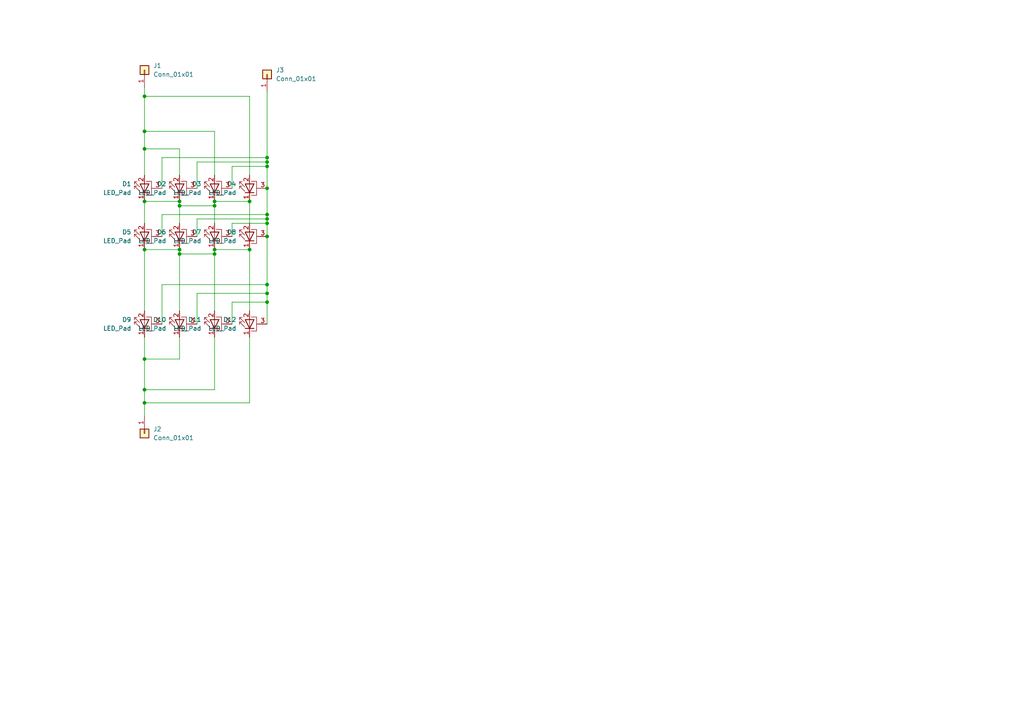
<source format=kicad_sch>
(kicad_sch (version 20250114) (generator "eeschema") (generator_version "9.0")
  (paper "A4")
  (lib_symbols
    (symbol "Connector_Generic:Conn_01x01" (pin_names (offset 1.016) (hide yes))
      (property "Reference" "J" (at 0 2.54 0))
      (property "Value" "Conn_01x01" (at 0 -2.54 0))
      (symbol "Conn_01x01_1_1"
        (rectangle (start -1.27 1.27) (end 1.27 -1.27) (stroke (width 0.254)) (fill (type background)))
        (rectangle (start -1.27 0.127) (end 0 -0.127) (stroke (width 0.1524)))
        (pin passive line (at -5.08 0 0) (length 3.81) (name "Pin_1") (number "1"))
      )
    )
    (symbol "Device:LED_Pad" (pin_names (offset 1.016) (hide yes))
      (property "Reference" "D" (at 0 5.715 0))
      (property "Value" "LED_Pad" (at 0 3.81 0))
      (symbol "LED_Pad_0_1"
        (polyline (pts (xy -2.032 -0.508) (xy -2.032 -2.032) (xy 2.032 -2.032) (xy 2.032 -0.508)))
        (polyline (pts (xy -1.27 0) (xy 1.27 0)))
        (polyline (pts (xy -1.27 -1.27) (xy -1.27 1.27)) (stroke (width 0.254)))
        (polyline (pts (xy -0.889 1.397) (xy 0.635 2.921) (xy -0.127 2.921) (xy 0.635 2.921) (xy 0.635 2.159)))
        (polyline (pts (xy 0 -2.54) (xy 0 -2.032)))
        (polyline (pts (xy 0.381 1.397) (xy 1.905 2.921) (xy 1.143 2.921) (xy 1.905 2.921) (xy 1.905 2.159)))
        (polyline (pts (xy 1.27 -1.27) (xy 1.27 1.27) (xy -1.27 0) (xy 1.27 -1.27)) (stroke (width 0.254)))
      )
      (symbol "LED_Pad_1_1"
        (pin passive line (at -3.81 0 0) (length 2.54) (name "K") (number "1"))
        (pin passive line (at 0 -5.08 90) (length 2.54) (name "PAD") (number "3"))
        (pin passive line (at 3.81 0 180) (length 2.54) (name "A") (number "2"))
      )
    )
  )
  (junction (at 77.47 64.77))
  (junction (at 52.07 72.39))
  (junction (at 41.91 43.18))
  (junction (at 62.23 59.69))
  (junction (at 72.39 72.39))
  (junction (at 77.47 48.26))
  (junction (at 41.91 116.84))
  (junction (at 77.47 46.99))
  (junction (at 52.07 73.66))
  (junction (at 77.47 85.09))
  (junction (at 77.47 82.55))
  (junction (at 72.39 58.42))
  (junction (at 77.47 54.61))
  (junction (at 41.91 113.03))
  (junction (at 62.23 73.66))
  (junction (at 41.91 104.14))
  (junction (at 41.91 72.39))
  (junction (at 77.47 87.63))
  (junction (at 77.47 63.5))
  (junction (at 41.91 27.94))
  (junction (at 77.47 45.72))
  (junction (at 41.91 38.1))
  (junction (at 77.47 62.23))
  (junction (at 62.23 72.39))
  (junction (at 77.47 68.58))
  (junction (at 52.07 58.42))
  (junction (at 62.23 58.42))
  (junction (at 41.91 58.42))
  (junction (at 52.07 59.69))
  (wire (pts (xy 41.91 113.03) (xy 41.91 116.84)))
  (wire (pts (xy 41.91 72.39) (xy 52.07 72.39)))
  (wire (pts (xy 77.47 87.63) (xy 77.47 93.98)))
  (wire (pts (xy 77.47 46.99) (xy 77.47 45.72)))
  (wire (pts (xy 41.91 97.79) (xy 41.91 104.14)))
  (wire (pts (xy 67.31 87.63) (xy 77.47 87.63)))
  (wire (pts (xy 41.91 27.94) (xy 41.91 38.1)))
  (wire (pts (xy 52.07 72.39) (xy 52.07 73.66)))
  (wire (pts (xy 46.99 82.55) (xy 77.47 82.55)))
  (wire (pts (xy 72.39 97.79) (xy 72.39 116.84)))
  (wire (pts (xy 52.07 50.8) (xy 52.07 43.18)))
  (wire (pts (xy 52.07 58.42) (xy 52.07 59.69)))
  (wire (pts (xy 41.91 58.42) (xy 52.07 58.42)))
  (wire (pts (xy 72.39 27.94) (xy 41.91 27.94)))
  (wire (pts (xy 46.99 62.23) (xy 77.47 62.23)))
  (wire (pts (xy 57.15 85.09) (xy 77.47 85.09)))
  (wire (pts (xy 62.23 72.39) (xy 62.23 73.66)))
  (wire (pts (xy 77.47 82.55) (xy 77.47 85.09)))
  (wire (pts (xy 77.47 54.61) (xy 77.47 48.26)))
  (wire (pts (xy 62.23 50.8) (xy 62.23 38.1)))
  (wire (pts (xy 62.23 58.42) (xy 72.39 58.42)))
  (wire (pts (xy 41.91 43.18) (xy 41.91 50.8)))
  (wire (pts (xy 77.47 64.77) (xy 77.47 68.58)))
  (wire (pts (xy 57.15 68.58) (xy 57.15 63.5)))
  (wire (pts (xy 67.31 48.26) (xy 77.47 48.26)))
  (wire (pts (xy 62.23 59.69) (xy 62.23 64.77)))
  (wire (pts (xy 77.47 85.09) (xy 77.47 87.63)))
  (wire (pts (xy 57.15 54.61) (xy 57.15 46.99)))
  (wire (pts (xy 62.23 73.66) (xy 62.23 90.17)))
  (wire (pts (xy 77.47 48.26) (xy 77.47 46.99)))
  (wire (pts (xy 52.07 43.18) (xy 41.91 43.18)))
  (wire (pts (xy 52.07 73.66) (xy 52.07 90.17)))
  (wire (pts (xy 41.91 58.42) (xy 41.91 64.77)))
  (wire (pts (xy 72.39 72.39) (xy 72.39 90.17)))
  (wire (pts (xy 67.31 93.98) (xy 67.31 87.63)))
  (wire (pts (xy 52.07 97.79) (xy 52.07 104.14)))
  (wire (pts (xy 41.91 38.1) (xy 62.23 38.1)))
  (wire (pts (xy 46.99 54.61) (xy 46.99 45.72)))
  (wire (pts (xy 62.23 58.42) (xy 62.23 59.69)))
  (wire (pts (xy 41.91 72.39) (xy 41.91 90.17)))
  (wire (pts (xy 46.99 68.58) (xy 46.99 62.23)))
  (wire (pts (xy 41.91 116.84) (xy 41.91 120.65)))
  (wire (pts (xy 62.23 72.39) (xy 72.39 72.39)))
  (wire (pts (xy 41.91 113.03) (xy 62.23 113.03)))
  (wire (pts (xy 52.07 59.69) (xy 62.23 59.69)))
  (wire (pts (xy 41.91 104.14) (xy 41.91 113.03)))
  (wire (pts (xy 77.47 45.72) (xy 77.47 26.67)))
  (wire (pts (xy 41.91 104.14) (xy 52.07 104.14)))
  (wire (pts (xy 46.99 45.72) (xy 77.47 45.72)))
  (wire (pts (xy 41.91 38.1) (xy 41.91 43.18)))
  (wire (pts (xy 77.47 62.23) (xy 77.47 63.5)))
  (wire (pts (xy 77.47 63.5) (xy 77.47 64.77)))
  (wire (pts (xy 57.15 46.99) (xy 77.47 46.99)))
  (wire (pts (xy 72.39 27.94) (xy 72.39 50.8)))
  (wire (pts (xy 77.47 54.61) (xy 77.47 62.23)))
  (wire (pts (xy 57.15 63.5) (xy 77.47 63.5)))
  (wire (pts (xy 62.23 97.79) (xy 62.23 113.03)))
  (wire (pts (xy 67.31 64.77) (xy 77.47 64.77)))
  (wire (pts (xy 72.39 58.42) (xy 72.39 64.77)))
  (wire (pts (xy 52.07 73.66) (xy 62.23 73.66)))
  (wire (pts (xy 77.47 68.58) (xy 77.47 82.55)))
  (wire (pts (xy 67.31 54.61) (xy 67.31 48.26)))
  (wire (pts (xy 67.31 64.77) (xy 67.31 68.58)))
  (wire (pts (xy 41.91 25.4) (xy 41.91 27.94)))
  (wire (pts (xy 46.99 93.98) (xy 46.99 82.55)))
  (wire (pts (xy 57.15 93.98) (xy 57.15 85.09)))
  (wire (pts (xy 52.07 59.69) (xy 52.07 64.77)))
  (wire (pts (xy 72.39 116.84) (xy 41.91 116.84)))
  (symbol (lib_id "Device:LED_Pad") (at 72.39 54.61 90) (unit 1)
    (property "Reference" "D4" (at 68.58 53.3399 90) (effects (justify left)))
    (property "Value" "LED_Pad" (at 68.58 55.8799 90) (effects (justify left)))
    (property "Footprint" "highpowerled_library:LM6868" (effects (hide yes)))
    (property "Datasheet" "https://www.uvledchip.com/Spec-for-UVA-LED/Datasheet-LM6868-UVA-395nm.pdf" (effects (hide yes)))
    (property "Description" "Light emitting diode with pad" (effects (hide yes)))
  )
  (symbol (lib_id "Device:LED_Pad") (at 52.07 93.98 90) (unit 1)
    (property "Reference" "D10" (at 48.26 92.7099 90) (effects (justify left)))
    (property "Value" "LED_Pad" (at 48.26 95.2499 90) (effects (justify left)))
    (property "Footprint" "highpowerled_library:LM6868" (effects (hide yes)))
    (property "Datasheet" "https://www.uvledchip.com/Spec-for-UVA-LED/Datasheet-LM6868-UVA-395nm.pdf" (effects (hide yes)))
    (property "Description" "Light emitting diode with pad" (effects (hide yes)))
  )
  (symbol (lib_id "Connector_Generic:Conn_01x01") (at 41.91 125.73 270) (unit 1)
    (property "Reference" "J2" (at 44.45 124.4599 90) (effects (justify left)))
    (property "Value" "Conn_01x01" (at 44.45 126.9999 90) (effects (justify left)))
    (property "Footprint" "highpowerled_library:CONN_BIG_01X01" (effects (hide yes)))
    (property "Description" "Generic connector, single row, 01x01, script generated (kicad-library-utils/schlib/autogen/connector/)" (effects (hide yes)))
  )
  (symbol (lib_id "Device:LED_Pad") (at 41.91 68.58 90) (unit 1)
    (property "Reference" "D5" (at 38.1 67.3099 90) (effects (justify left)))
    (property "Value" "LED_Pad" (at 38.1 69.8499 90) (effects (justify left)))
    (property "Footprint" "highpowerled_library:LM6868" (effects (hide yes)))
    (property "Datasheet" "https://www.uvledchip.com/Spec-for-UVA-LED/Datasheet-LM6868-UVA-395nm.pdf" (effects (hide yes)))
    (property "Description" "Light emitting diode with pad" (effects (hide yes)))
  )
  (symbol (lib_id "Connector_Generic:Conn_01x01") (at 77.47 21.59 90) (unit 1)
    (property "Reference" "J3" (at 80.01 20.3199 90) (effects (justify right)))
    (property "Value" "Conn_01x01" (at 80.01 22.8599 90) (effects (justify right)))
    (property "Footprint" "highpowerled_library:CONN_BIG_01X01" (effects (hide yes)))
    (property "Description" "Generic connector, single row, 01x01, script generated (kicad-library-utils/schlib/autogen/connector/)" (effects (hide yes)))
  )
  (symbol (lib_id "Device:LED_Pad") (at 41.91 93.98 90) (unit 1)
    (property "Reference" "D9" (at 38.1 92.7099 90) (effects (justify left)))
    (property "Value" "LED_Pad" (at 38.1 95.2499 90) (effects (justify left)))
    (property "Footprint" "highpowerled_library:LM6868" (effects (hide yes)))
    (property "Datasheet" "https://www.uvledchip.com/Spec-for-UVA-LED/Datasheet-LM6868-UVA-395nm.pdf" (effects (hide yes)))
    (property "Description" "Light emitting diode with pad" (effects (hide yes)))
  )
  (symbol (lib_id "Device:LED_Pad") (at 62.23 54.61 90) (unit 1)
    (property "Reference" "D3" (at 58.42 53.3399 90) (effects (justify left)))
    (property "Value" "LED_Pad" (at 58.42 55.8799 90) (effects (justify left)))
    (property "Footprint" "highpowerled_library:LM6868" (effects (hide yes)))
    (property "Datasheet" "https://www.uvledchip.com/Spec-for-UVA-LED/Datasheet-LM6868-UVA-395nm.pdf" (effects (hide yes)))
    (property "Description" "Light emitting diode with pad" (effects (hide yes)))
  )
  (symbol (lib_id "Device:LED_Pad") (at 62.23 93.98 90) (unit 1)
    (property "Reference" "D11" (at 58.42 92.7099 90) (effects (justify left)))
    (property "Value" "LED_Pad" (at 58.42 95.2499 90) (effects (justify left)))
    (property "Footprint" "highpowerled_library:LM6868" (effects (hide yes)))
    (property "Datasheet" "https://www.uvledchip.com/Spec-for-UVA-LED/Datasheet-LM6868-UVA-395nm.pdf" (effects (hide yes)))
    (property "Description" "Light emitting diode with pad" (effects (hide yes)))
  )
  (symbol (lib_id "Connector_Generic:Conn_01x01") (at 41.91 20.32 90) (unit 1)
    (property "Reference" "J1" (at 44.45 19.0499 90) (effects (justify right)))
    (property "Value" "Conn_01x01" (at 44.45 21.5899 90) (effects (justify right)))
    (property "Footprint" "highpowerled_library:CONN_BIG_01X01" (effects (hide yes)))
    (property "Description" "Generic connector, single row, 01x01, script generated (kicad-library-utils/schlib/autogen/connector/)" (effects (hide yes)))
  )
  (symbol (lib_id "Device:LED_Pad") (at 52.07 68.58 90) (unit 1)
    (property "Reference" "D6" (at 48.26 67.3099 90) (effects (justify left)))
    (property "Value" "LED_Pad" (at 48.26 69.8499 90) (effects (justify left)))
    (property "Footprint" "highpowerled_library:LM6868" (effects (hide yes)))
    (property "Datasheet" "https://www.uvledchip.com/Spec-for-UVA-LED/Datasheet-LM6868-UVA-395nm.pdf" (effects (hide yes)))
    (property "Description" "Light emitting diode with pad" (effects (hide yes)))
  )
  (symbol (lib_id "Device:LED_Pad") (at 41.91 54.61 90) (unit 1)
    (property "Reference" "D1" (at 38.1 53.3399 90) (effects (justify left)))
    (property "Value" "LED_Pad" (at 38.1 55.8799 90) (effects (justify left)))
    (property "Footprint" "highpowerled_library:LM6868" (effects (hide yes)))
    (property "Datasheet" "https://www.uvledchip.com/Spec-for-UVA-LED/Datasheet-LM6868-UVA-395nm.pdf" (effects (hide yes)))
    (property "Description" "Light emitting diode with pad" (effects (hide yes)))
  )
  (symbol (lib_id "Device:LED_Pad") (at 72.39 68.58 90) (unit 1)
    (property "Reference" "D8" (at 68.58 67.3099 90) (effects (justify left)))
    (property "Value" "LED_Pad" (at 68.58 69.8499 90) (effects (justify left)))
    (property "Footprint" "highpowerled_library:LM6868" (effects (hide yes)))
    (property "Datasheet" "https://www.uvledchip.com/Spec-for-UVA-LED/Datasheet-LM6868-UVA-395nm.pdf" (effects (hide yes)))
    (property "Description" "Light emitting diode with pad" (effects (hide yes)))
  )
  (symbol (lib_id "Device:LED_Pad") (at 62.23 68.58 90) (unit 1)
    (property "Reference" "D7" (at 58.42 67.3099 90) (effects (justify left)))
    (property "Value" "LED_Pad" (at 58.42 69.8499 90) (effects (justify left)))
    (property "Footprint" "highpowerled_library:LM6868" (effects (hide yes)))
    (property "Datasheet" "https://www.uvledchip.com/Spec-for-UVA-LED/Datasheet-LM6868-UVA-395nm.pdf" (effects (hide yes)))
    (property "Description" "Light emitting diode with pad" (effects (hide yes)))
  )
  (symbol (lib_id "Device:LED_Pad") (at 52.07 54.61 90) (unit 1)
    (property "Reference" "D2" (at 48.26 53.3399 90) (effects (justify left)))
    (property "Value" "LED_Pad" (at 48.26 55.8799 90) (effects (justify left)))
    (property "Footprint" "highpowerled_library:LM6868" (effects (hide yes)))
    (property "Datasheet" "https://www.uvledchip.com/Spec-for-UVA-LED/Datasheet-LM6868-UVA-395nm.pdf" (effects (hide yes)))
    (property "Description" "Light emitting diode with pad" (effects (hide yes)))
  )
  (symbol (lib_id "Device:LED_Pad") (at 72.39 93.98 90) (unit 1)
    (property "Reference" "D12" (at 68.58 92.7099 90) (effects (justify left)))
    (property "Value" "LED_Pad" (at 68.58 95.2499 90) (effects (justify left)))
    (property "Footprint" "highpowerled_library:LM6868" (effects (hide yes)))
    (property "Datasheet" "https://www.uvledchip.com/Spec-for-UVA-LED/Datasheet-LM6868-UVA-395nm.pdf" (effects (hide yes)))
    (property "Description" "Light emitting diode with pad" (effects (hide yes)))
  )
)
</source>
